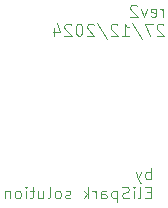
<source format=gbr>
%TF.GenerationSoftware,KiCad,Pcbnew,7.0.11*%
%TF.CreationDate,2024-12-27T12:08:23+01:00*%
%TF.ProjectId,Esp32 dev board,45737033-3220-4646-9576-20626f617264,rev?*%
%TF.SameCoordinates,Original*%
%TF.FileFunction,Legend,Bot*%
%TF.FilePolarity,Positive*%
%FSLAX46Y46*%
G04 Gerber Fmt 4.6, Leading zero omitted, Abs format (unit mm)*
G04 Created by KiCad (PCBNEW 7.0.11) date 2024-12-27 12:08:23*
%MOMM*%
%LPD*%
G01*
G04 APERTURE LIST*
%ADD10C,0.100000*%
G04 APERTURE END LIST*
D10*
X226776115Y-57232419D02*
X226776115Y-56565752D01*
X226776115Y-56756228D02*
X226728496Y-56660990D01*
X226728496Y-56660990D02*
X226680877Y-56613371D01*
X226680877Y-56613371D02*
X226585639Y-56565752D01*
X226585639Y-56565752D02*
X226490401Y-56565752D01*
X225776115Y-57184800D02*
X225871353Y-57232419D01*
X225871353Y-57232419D02*
X226061829Y-57232419D01*
X226061829Y-57232419D02*
X226157067Y-57184800D01*
X226157067Y-57184800D02*
X226204686Y-57089561D01*
X226204686Y-57089561D02*
X226204686Y-56708609D01*
X226204686Y-56708609D02*
X226157067Y-56613371D01*
X226157067Y-56613371D02*
X226061829Y-56565752D01*
X226061829Y-56565752D02*
X225871353Y-56565752D01*
X225871353Y-56565752D02*
X225776115Y-56613371D01*
X225776115Y-56613371D02*
X225728496Y-56708609D01*
X225728496Y-56708609D02*
X225728496Y-56803847D01*
X225728496Y-56803847D02*
X226204686Y-56899085D01*
X225395162Y-56565752D02*
X225157067Y-57232419D01*
X225157067Y-57232419D02*
X224918972Y-56565752D01*
X224585638Y-56327657D02*
X224538019Y-56280038D01*
X224538019Y-56280038D02*
X224442781Y-56232419D01*
X224442781Y-56232419D02*
X224204686Y-56232419D01*
X224204686Y-56232419D02*
X224109448Y-56280038D01*
X224109448Y-56280038D02*
X224061829Y-56327657D01*
X224061829Y-56327657D02*
X224014210Y-56422895D01*
X224014210Y-56422895D02*
X224014210Y-56518133D01*
X224014210Y-56518133D02*
X224061829Y-56660990D01*
X224061829Y-56660990D02*
X224633257Y-57232419D01*
X224633257Y-57232419D02*
X224014210Y-57232419D01*
X226823734Y-57937657D02*
X226776115Y-57890038D01*
X226776115Y-57890038D02*
X226680877Y-57842419D01*
X226680877Y-57842419D02*
X226442782Y-57842419D01*
X226442782Y-57842419D02*
X226347544Y-57890038D01*
X226347544Y-57890038D02*
X226299925Y-57937657D01*
X226299925Y-57937657D02*
X226252306Y-58032895D01*
X226252306Y-58032895D02*
X226252306Y-58128133D01*
X226252306Y-58128133D02*
X226299925Y-58270990D01*
X226299925Y-58270990D02*
X226871353Y-58842419D01*
X226871353Y-58842419D02*
X226252306Y-58842419D01*
X225918972Y-57842419D02*
X225252306Y-57842419D01*
X225252306Y-57842419D02*
X225680877Y-58842419D01*
X224157068Y-57794800D02*
X225014210Y-59080514D01*
X223299925Y-58842419D02*
X223871353Y-58842419D01*
X223585639Y-58842419D02*
X223585639Y-57842419D01*
X223585639Y-57842419D02*
X223680877Y-57985276D01*
X223680877Y-57985276D02*
X223776115Y-58080514D01*
X223776115Y-58080514D02*
X223871353Y-58128133D01*
X222918972Y-57937657D02*
X222871353Y-57890038D01*
X222871353Y-57890038D02*
X222776115Y-57842419D01*
X222776115Y-57842419D02*
X222538020Y-57842419D01*
X222538020Y-57842419D02*
X222442782Y-57890038D01*
X222442782Y-57890038D02*
X222395163Y-57937657D01*
X222395163Y-57937657D02*
X222347544Y-58032895D01*
X222347544Y-58032895D02*
X222347544Y-58128133D01*
X222347544Y-58128133D02*
X222395163Y-58270990D01*
X222395163Y-58270990D02*
X222966591Y-58842419D01*
X222966591Y-58842419D02*
X222347544Y-58842419D01*
X221204687Y-57794800D02*
X222061829Y-59080514D01*
X220918972Y-57937657D02*
X220871353Y-57890038D01*
X220871353Y-57890038D02*
X220776115Y-57842419D01*
X220776115Y-57842419D02*
X220538020Y-57842419D01*
X220538020Y-57842419D02*
X220442782Y-57890038D01*
X220442782Y-57890038D02*
X220395163Y-57937657D01*
X220395163Y-57937657D02*
X220347544Y-58032895D01*
X220347544Y-58032895D02*
X220347544Y-58128133D01*
X220347544Y-58128133D02*
X220395163Y-58270990D01*
X220395163Y-58270990D02*
X220966591Y-58842419D01*
X220966591Y-58842419D02*
X220347544Y-58842419D01*
X219728496Y-57842419D02*
X219633258Y-57842419D01*
X219633258Y-57842419D02*
X219538020Y-57890038D01*
X219538020Y-57890038D02*
X219490401Y-57937657D01*
X219490401Y-57937657D02*
X219442782Y-58032895D01*
X219442782Y-58032895D02*
X219395163Y-58223371D01*
X219395163Y-58223371D02*
X219395163Y-58461466D01*
X219395163Y-58461466D02*
X219442782Y-58651942D01*
X219442782Y-58651942D02*
X219490401Y-58747180D01*
X219490401Y-58747180D02*
X219538020Y-58794800D01*
X219538020Y-58794800D02*
X219633258Y-58842419D01*
X219633258Y-58842419D02*
X219728496Y-58842419D01*
X219728496Y-58842419D02*
X219823734Y-58794800D01*
X219823734Y-58794800D02*
X219871353Y-58747180D01*
X219871353Y-58747180D02*
X219918972Y-58651942D01*
X219918972Y-58651942D02*
X219966591Y-58461466D01*
X219966591Y-58461466D02*
X219966591Y-58223371D01*
X219966591Y-58223371D02*
X219918972Y-58032895D01*
X219918972Y-58032895D02*
X219871353Y-57937657D01*
X219871353Y-57937657D02*
X219823734Y-57890038D01*
X219823734Y-57890038D02*
X219728496Y-57842419D01*
X219014210Y-57937657D02*
X218966591Y-57890038D01*
X218966591Y-57890038D02*
X218871353Y-57842419D01*
X218871353Y-57842419D02*
X218633258Y-57842419D01*
X218633258Y-57842419D02*
X218538020Y-57890038D01*
X218538020Y-57890038D02*
X218490401Y-57937657D01*
X218490401Y-57937657D02*
X218442782Y-58032895D01*
X218442782Y-58032895D02*
X218442782Y-58128133D01*
X218442782Y-58128133D02*
X218490401Y-58270990D01*
X218490401Y-58270990D02*
X219061829Y-58842419D01*
X219061829Y-58842419D02*
X218442782Y-58842419D01*
X217585639Y-58175752D02*
X217585639Y-58842419D01*
X217823734Y-57794800D02*
X218061829Y-58509085D01*
X218061829Y-58509085D02*
X217442782Y-58509085D01*
X225756115Y-71012419D02*
X225756115Y-70012419D01*
X225756115Y-70393371D02*
X225660877Y-70345752D01*
X225660877Y-70345752D02*
X225470401Y-70345752D01*
X225470401Y-70345752D02*
X225375163Y-70393371D01*
X225375163Y-70393371D02*
X225327544Y-70440990D01*
X225327544Y-70440990D02*
X225279925Y-70536228D01*
X225279925Y-70536228D02*
X225279925Y-70821942D01*
X225279925Y-70821942D02*
X225327544Y-70917180D01*
X225327544Y-70917180D02*
X225375163Y-70964800D01*
X225375163Y-70964800D02*
X225470401Y-71012419D01*
X225470401Y-71012419D02*
X225660877Y-71012419D01*
X225660877Y-71012419D02*
X225756115Y-70964800D01*
X224946591Y-70345752D02*
X224708496Y-71012419D01*
X224470401Y-70345752D02*
X224708496Y-71012419D01*
X224708496Y-71012419D02*
X224803734Y-71250514D01*
X224803734Y-71250514D02*
X224851353Y-71298133D01*
X224851353Y-71298133D02*
X224946591Y-71345752D01*
X225756115Y-72098609D02*
X225422782Y-72098609D01*
X225279925Y-72622419D02*
X225756115Y-72622419D01*
X225756115Y-72622419D02*
X225756115Y-71622419D01*
X225756115Y-71622419D02*
X225279925Y-71622419D01*
X224708496Y-72622419D02*
X224803734Y-72574800D01*
X224803734Y-72574800D02*
X224851353Y-72479561D01*
X224851353Y-72479561D02*
X224851353Y-71622419D01*
X224327543Y-72622419D02*
X224327543Y-71955752D01*
X224327543Y-71622419D02*
X224375162Y-71670038D01*
X224375162Y-71670038D02*
X224327543Y-71717657D01*
X224327543Y-71717657D02*
X224279924Y-71670038D01*
X224279924Y-71670038D02*
X224327543Y-71622419D01*
X224327543Y-71622419D02*
X224327543Y-71717657D01*
X223898972Y-72574800D02*
X223756115Y-72622419D01*
X223756115Y-72622419D02*
X223518020Y-72622419D01*
X223518020Y-72622419D02*
X223422782Y-72574800D01*
X223422782Y-72574800D02*
X223375163Y-72527180D01*
X223375163Y-72527180D02*
X223327544Y-72431942D01*
X223327544Y-72431942D02*
X223327544Y-72336704D01*
X223327544Y-72336704D02*
X223375163Y-72241466D01*
X223375163Y-72241466D02*
X223422782Y-72193847D01*
X223422782Y-72193847D02*
X223518020Y-72146228D01*
X223518020Y-72146228D02*
X223708496Y-72098609D01*
X223708496Y-72098609D02*
X223803734Y-72050990D01*
X223803734Y-72050990D02*
X223851353Y-72003371D01*
X223851353Y-72003371D02*
X223898972Y-71908133D01*
X223898972Y-71908133D02*
X223898972Y-71812895D01*
X223898972Y-71812895D02*
X223851353Y-71717657D01*
X223851353Y-71717657D02*
X223803734Y-71670038D01*
X223803734Y-71670038D02*
X223708496Y-71622419D01*
X223708496Y-71622419D02*
X223470401Y-71622419D01*
X223470401Y-71622419D02*
X223327544Y-71670038D01*
X222898972Y-71955752D02*
X222898972Y-72955752D01*
X222898972Y-72003371D02*
X222803734Y-71955752D01*
X222803734Y-71955752D02*
X222613258Y-71955752D01*
X222613258Y-71955752D02*
X222518020Y-72003371D01*
X222518020Y-72003371D02*
X222470401Y-72050990D01*
X222470401Y-72050990D02*
X222422782Y-72146228D01*
X222422782Y-72146228D02*
X222422782Y-72431942D01*
X222422782Y-72431942D02*
X222470401Y-72527180D01*
X222470401Y-72527180D02*
X222518020Y-72574800D01*
X222518020Y-72574800D02*
X222613258Y-72622419D01*
X222613258Y-72622419D02*
X222803734Y-72622419D01*
X222803734Y-72622419D02*
X222898972Y-72574800D01*
X221565639Y-72622419D02*
X221565639Y-72098609D01*
X221565639Y-72098609D02*
X221613258Y-72003371D01*
X221613258Y-72003371D02*
X221708496Y-71955752D01*
X221708496Y-71955752D02*
X221898972Y-71955752D01*
X221898972Y-71955752D02*
X221994210Y-72003371D01*
X221565639Y-72574800D02*
X221660877Y-72622419D01*
X221660877Y-72622419D02*
X221898972Y-72622419D01*
X221898972Y-72622419D02*
X221994210Y-72574800D01*
X221994210Y-72574800D02*
X222041829Y-72479561D01*
X222041829Y-72479561D02*
X222041829Y-72384323D01*
X222041829Y-72384323D02*
X221994210Y-72289085D01*
X221994210Y-72289085D02*
X221898972Y-72241466D01*
X221898972Y-72241466D02*
X221660877Y-72241466D01*
X221660877Y-72241466D02*
X221565639Y-72193847D01*
X221089448Y-72622419D02*
X221089448Y-71955752D01*
X221089448Y-72146228D02*
X221041829Y-72050990D01*
X221041829Y-72050990D02*
X220994210Y-72003371D01*
X220994210Y-72003371D02*
X220898972Y-71955752D01*
X220898972Y-71955752D02*
X220803734Y-71955752D01*
X220470400Y-72622419D02*
X220470400Y-71622419D01*
X220375162Y-72241466D02*
X220089448Y-72622419D01*
X220089448Y-71955752D02*
X220470400Y-72336704D01*
X218946590Y-72574800D02*
X218851352Y-72622419D01*
X218851352Y-72622419D02*
X218660876Y-72622419D01*
X218660876Y-72622419D02*
X218565638Y-72574800D01*
X218565638Y-72574800D02*
X218518019Y-72479561D01*
X218518019Y-72479561D02*
X218518019Y-72431942D01*
X218518019Y-72431942D02*
X218565638Y-72336704D01*
X218565638Y-72336704D02*
X218660876Y-72289085D01*
X218660876Y-72289085D02*
X218803733Y-72289085D01*
X218803733Y-72289085D02*
X218898971Y-72241466D01*
X218898971Y-72241466D02*
X218946590Y-72146228D01*
X218946590Y-72146228D02*
X218946590Y-72098609D01*
X218946590Y-72098609D02*
X218898971Y-72003371D01*
X218898971Y-72003371D02*
X218803733Y-71955752D01*
X218803733Y-71955752D02*
X218660876Y-71955752D01*
X218660876Y-71955752D02*
X218565638Y-72003371D01*
X217946590Y-72622419D02*
X218041828Y-72574800D01*
X218041828Y-72574800D02*
X218089447Y-72527180D01*
X218089447Y-72527180D02*
X218137066Y-72431942D01*
X218137066Y-72431942D02*
X218137066Y-72146228D01*
X218137066Y-72146228D02*
X218089447Y-72050990D01*
X218089447Y-72050990D02*
X218041828Y-72003371D01*
X218041828Y-72003371D02*
X217946590Y-71955752D01*
X217946590Y-71955752D02*
X217803733Y-71955752D01*
X217803733Y-71955752D02*
X217708495Y-72003371D01*
X217708495Y-72003371D02*
X217660876Y-72050990D01*
X217660876Y-72050990D02*
X217613257Y-72146228D01*
X217613257Y-72146228D02*
X217613257Y-72431942D01*
X217613257Y-72431942D02*
X217660876Y-72527180D01*
X217660876Y-72527180D02*
X217708495Y-72574800D01*
X217708495Y-72574800D02*
X217803733Y-72622419D01*
X217803733Y-72622419D02*
X217946590Y-72622419D01*
X217041828Y-72622419D02*
X217137066Y-72574800D01*
X217137066Y-72574800D02*
X217184685Y-72479561D01*
X217184685Y-72479561D02*
X217184685Y-71622419D01*
X216232304Y-71955752D02*
X216232304Y-72622419D01*
X216660875Y-71955752D02*
X216660875Y-72479561D01*
X216660875Y-72479561D02*
X216613256Y-72574800D01*
X216613256Y-72574800D02*
X216518018Y-72622419D01*
X216518018Y-72622419D02*
X216375161Y-72622419D01*
X216375161Y-72622419D02*
X216279923Y-72574800D01*
X216279923Y-72574800D02*
X216232304Y-72527180D01*
X215898970Y-71955752D02*
X215518018Y-71955752D01*
X215756113Y-71622419D02*
X215756113Y-72479561D01*
X215756113Y-72479561D02*
X215708494Y-72574800D01*
X215708494Y-72574800D02*
X215613256Y-72622419D01*
X215613256Y-72622419D02*
X215518018Y-72622419D01*
X215184684Y-72622419D02*
X215184684Y-71955752D01*
X215184684Y-71622419D02*
X215232303Y-71670038D01*
X215232303Y-71670038D02*
X215184684Y-71717657D01*
X215184684Y-71717657D02*
X215137065Y-71670038D01*
X215137065Y-71670038D02*
X215184684Y-71622419D01*
X215184684Y-71622419D02*
X215184684Y-71717657D01*
X214565637Y-72622419D02*
X214660875Y-72574800D01*
X214660875Y-72574800D02*
X214708494Y-72527180D01*
X214708494Y-72527180D02*
X214756113Y-72431942D01*
X214756113Y-72431942D02*
X214756113Y-72146228D01*
X214756113Y-72146228D02*
X214708494Y-72050990D01*
X214708494Y-72050990D02*
X214660875Y-72003371D01*
X214660875Y-72003371D02*
X214565637Y-71955752D01*
X214565637Y-71955752D02*
X214422780Y-71955752D01*
X214422780Y-71955752D02*
X214327542Y-72003371D01*
X214327542Y-72003371D02*
X214279923Y-72050990D01*
X214279923Y-72050990D02*
X214232304Y-72146228D01*
X214232304Y-72146228D02*
X214232304Y-72431942D01*
X214232304Y-72431942D02*
X214279923Y-72527180D01*
X214279923Y-72527180D02*
X214327542Y-72574800D01*
X214327542Y-72574800D02*
X214422780Y-72622419D01*
X214422780Y-72622419D02*
X214565637Y-72622419D01*
X213803732Y-71955752D02*
X213803732Y-72622419D01*
X213803732Y-72050990D02*
X213756113Y-72003371D01*
X213756113Y-72003371D02*
X213660875Y-71955752D01*
X213660875Y-71955752D02*
X213518018Y-71955752D01*
X213518018Y-71955752D02*
X213422780Y-72003371D01*
X213422780Y-72003371D02*
X213375161Y-72098609D01*
X213375161Y-72098609D02*
X213375161Y-72622419D01*
M02*

</source>
